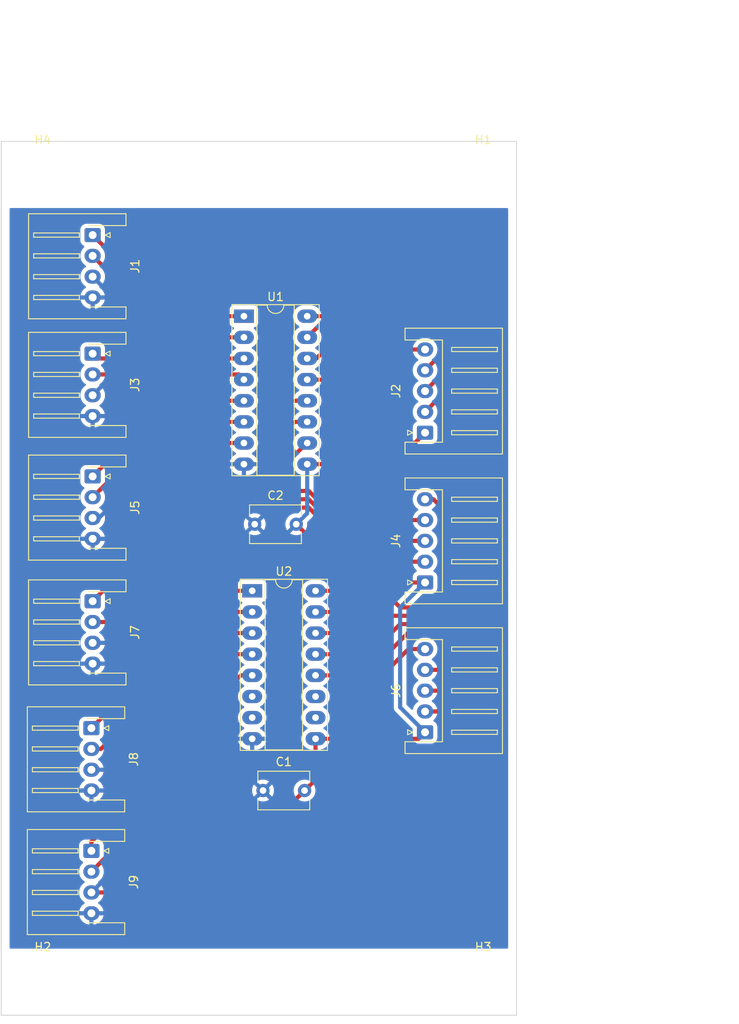
<source format=kicad_pcb>
(kicad_pcb (version 20211014) (generator pcbnew)
  (layers (0 "F.Cu" signal) (31 "B.Cu" signal) (34 "B.Paste" user) (35 "F.Paste" user) (36 "B.SilkS" user "B.Silkscreen") (37 "F.SilkS" user "F.Silkscreen") (38 "B.Mask" user) (39 "F.Mask" user) (44 "Edge.Cuts" user))
  (net 0 "")
  (net 1 "GND")
  (net 2 "VCC")
  (net 3 "Net-(J1-Pad1)")
  (net 4 "Net-(J1-Pad2)")
  (net 5 "Net-(J2-Pad2)")
  (net 6 "Net-(J2-Pad3)")
  (net 7 "Net-(J2-Pad4)")
  (net 8 "Net-(J2-Pad5)")
  (net 9 "Net-(J3-Pad1)")
  (net 10 "Net-(J3-Pad2)")
  (net 11 "Net-(J4-Pad2)")
  (net 12 "Net-(J4-Pad3)")
  (net 13 "Net-(J4-Pad4)")
  (net 14 "Net-(J4-Pad5)")
  (net 15 "Net-(J5-Pad1)")
  (net 16 "Net-(J5-Pad2)")
  (net 17 "Net-(J6-Pad2)")
  (net 18 "Net-(J6-Pad3)")
  (net 19 "Net-(J6-Pad4)")
  (net 20 "Net-(J6-Pad5)")
  (net 21 "Net-(J7-Pad1)")
  (net 22 "Net-(J7-Pad2)")
  (net 23 "Net-(J8-Pad1)")
  (net 24 "Net-(J8-Pad2)")
  (net 25 "Net-(J9-Pad1)")
  (net 26 "Net-(J9-Pad2)")
  (footprint "MountingHole:MountingHole_3.2mm_M3" (layer "F.Cu") (at 115 18)
    (fp_text reference "H1" (at 0 -4.2) (layer "F.SilkS"))
    (fp_text value "MountingHole")
    (pad "" np_thru_hole circle (at 0 0) (size 3.2 3.2) (drill 3.2) (layers *.Cu *.Mask))
  )
  (footprint "Connector_JST:JST_XH_S5B-XH-A_1x05_P2.50mm_Horizontal" (layer "F.Cu") (at 108 85 90)
    (fp_text reference "J6" (at 5 -3.5 90) (layer "F.SilkS"))
    (fp_text value "Conn_01x05_Female")
    (fp_line (start 12.56 9.31) (end 12.56 -2.41) (layer "F.SilkS") (width 0.12))
    (fp_line (start 7.25 8.7) (end 7.75 8.7) (layer "F.SilkS") (width 0.12))
    (fp_line (start 2.75 8.7) (end 2.75 3.2) (layer "F.SilkS") (width 0.12))
    (fp_line (start 12.56 -2.41) (end 11.14 -2.41) (layer "F.SilkS") (width 0.12))
    (fp_line (start 11.14 -2.41) (end 11.14 2.09) (layer "F.SilkS") (width 0.12))
    (fp_line (start -0.25 8.7) (end 0.25 8.7) (layer "F.SilkS") (width 0.12))
    (fp_line (start 10.25 8.7) (end 10.25 3.2) (layer "F.SilkS") (width 0.12))
    (fp_line (start -2.56 9.31) (end -2.56 -2.41) (layer "F.SilkS") (width 0.12))
    (fp_line (start 2.25 8.7) (end 2.75 8.7) (layer "F.SilkS") (width 0.12))
    (fp_line (start 2.75 3.2) (end 2.25 3.2) (layer "F.SilkS") (width 0.12))
    (fp_line (start -1.14 -2.41) (end -1.14 2.09) (layer "F.SilkS") (width 0.12))
    (fp_line (start 5 9.31) (end 12.56 9.31) (layer "F.SilkS") (width 0.12))
    (fp_line (start 5 9.31) (end -2.56 9.31) (layer "F.SilkS") (width 0.12))
    (fp_line (start 9.75 3.2) (end 9.75 8.7) (layer "F.SilkS") (width 0.12))
    (fp_line (start 5.25 3.2) (end 4.75 3.2) (layer "F.SilkS") (width 0.12))
    (fp_line (start 10.25 3.2) (end 9.75 3.2) (layer "F.SilkS") (width 0.12))
    (fp_line (start 0 -1.5) (end -0.3 -2.1) (layer "F.SilkS") (width 0.12))
    (fp_line (start 5.25 8.7) (end 5.25 3.2) (layer "F.SilkS") (width 0.12))
    (fp_line (start -1.14 2.09) (end 5 2.09) (layer "F.SilkS") (width 0.12))
    (fp_line (start -0.3 -2.1) (end 0.3 -2.1) (layer "F.SilkS") (width 0.12))
    (fp_line (start 4.75 8.7) (end 5.25 8.7) (layer "F.SilkS") (width 0.12))
    (fp_line (start 11.14 2.09) (end 5 2.09) (layer "F.SilkS") (width 0.12))
    (fp_line (start 0.3 -2.1) (end 0 -1.5) (layer "F.SilkS") (width 0.12))
    (fp_line (start 0.25 8.7) (end 0.25 3.2) (layer "F.SilkS") (width 0.12))
    (fp_line (start 9.75 8.7) (end 10.25 8.7) (layer "F.SilkS") (width 0.12))
    (fp_line (start 2.25 3.2) (end 2.25 8.7) (layer "F.SilkS") (width 0.12))
    (fp_line (start 7.25 3.2) (end 7.25 8.7) (layer "F.SilkS") (width 0.12))
    (fp_line (start -2.56 -2.41) (end -1.14 -2.41) (layer "F.SilkS") (width 0.12))
    (fp_line (start 0.25 3.2) (end -0.25 3.2) (layer "F.SilkS") (width 0.12))
    (fp_line (start 4.75 3.2) (end 4.75 8.7) (layer "F.SilkS") (width 0.12))
    (fp_line (start 7.75 8.7) (end 7.75 3.2) (layer "F.SilkS") (width 0.12))
    (fp_line (start -0.25 3.2) (end -0.25 8.7) (layer "F.SilkS") (width 0.12))
    (fp_line (start 7.75 3.2) (end 7.25 3.2) (layer "F.SilkS") (width 0.12))
    (pad "1" thru_hole roundrect (at 0 0 90) (size 1.7 1.95) (drill 0.95) (layers *.Cu *.Mask) (roundrect_rratio 0.1470588235) (net 2 "VCC"))
    (pad "2" thru_hole oval (at 2.5 0 90) (size 1.7 1.95) (drill 0.95) (layers *.Cu *.Mask) (net 17 "Net-(J6-Pad2)"))
    (pad "3" thru_hole oval (at 5 0 90) (size 1.7 1.95) (drill 0.95) (layers *.Cu *.Mask) (net 18 "Net-(J6-Pad3)"))
    (pad "4" thru_hole oval (at 7.5 0 90) (size 1.7 1.95) (drill 0.95) (layers *.Cu *.Mask) (net 19 "Net-(J6-Pad4)"))
    (pad "5" thru_hole oval (at 10 0 90) (size 1.7 1.95) (drill 0.95) (layers *.Cu *.Mask) (net 20 "Net-(J6-Pad5)"))
  )
  (footprint "Package_DIP:DIP-16_W7.62mm_Socket_LongPads" (layer "F.Cu") (at 87.2 68)
    (fp_text reference "U2" (at 3.81 -2.33) (layer "F.SilkS"))
    (fp_text value "ULN2003")
    (fp_line (start 9.06 -1.39) (end -1.44 -1.39) (layer "F.SilkS") (width 0.12))
    (fp_line (start 1.56 -1.33) (end 1.56 19.11) (layer "F.SilkS") (width 0.12))
    (fp_line (start 6.06 19.11) (end 6.06 -1.33) (layer "F.SilkS") (width 0.12))
    (fp_line (start -1.44 -1.39) (end -1.44 19.17) (layer "F.SilkS") (width 0.12))
    (fp_line (start 9.06 19.17) (end 9.06 -1.39) (layer "F.SilkS") (width 0.12))
    (fp_line (start 6.06 -1.33) (end 4.81 -1.33) (layer "F.SilkS") (width 0.12))
    (fp_line (start -1.44 19.17) (end 9.06 19.17) (layer "F.SilkS") (width 0.12))
    (fp_line (start 2.81 -1.33) (end 1.56 -1.33) (layer "F.SilkS") (width 0.12))
    (fp_line (start 1.56 19.11) (end 6.06 19.11) (layer "F.SilkS") (width 0.12))
    (fp_arc (start 4.81 -1.33) (mid 3.81 -0.33) (end 2.81 -1.33) (layer "F.SilkS") (width 0.12))
    (pad "1" thru_hole rect (at 0 0) (size 2.4 1.6) (drill 0.8) (layers *.Cu *.Mask) (net 22 "Net-(J7-Pad2)"))
    (pad "2" thru_hole oval (at 0 2.54) (size 2.4 1.6) (drill 0.8) (layers *.Cu *.Mask) (net 23 "Net-(J8-Pad1)"))
    (pad "3" thru_hole oval (at 0 5.08) (size 2.4 1.6) (drill 0.8) (layers *.Cu *.Mask) (net 24 "Net-(J8-Pad2)"))
    (pad "4" thru_hole oval (at 0 7.62) (size 2.4 1.6) (drill 0.8) (layers *.Cu *.Mask) (net 25 "Net-(J9-Pad1)"))
    (pad "5" thru_hole oval (at 0 10.16) (size 2.4 1.6) (drill 0.8) (layers *.Cu *.Mask) (net 26 "Net-(J9-Pad2)"))
    (pad "6" thru_hole oval (at 0 12.7) (size 2.4 1.6) (drill 0.8) (layers *.Cu *.Mask))
    (pad "7" thru_hole oval (at 0 15.24) (size 2.4 1.6) (drill 0.8) (layers *.Cu *.Mask))
    (pad "8" thru_hole oval (at 0 17.78) (size 2.4 1.6) (drill 0.8) (layers *.Cu *.Mask) (net 1 "GND"))
    (pad "9" thru_hole oval (at 7.62 17.78) (size 2.4 1.6) (drill 0.8) (layers *.Cu *.Mask) (net 2 "VCC"))
    (pad "10" thru_hole oval (at 7.62 15.24) (size 2.4 1.6) (drill 0.8) (layers *.Cu *.Mask))
    (pad "11" thru_hole oval (at 7.62 12.7) (size 2.4 1.6) (drill 0.8) (layers *.Cu *.Mask))
    (pad "12" thru_hole oval (at 7.62 10.16) (size 2.4 1.6) (drill 0.8) (layers *.Cu *.Mask) (net 20 "Net-(J6-Pad5)"))
    (pad "13" thru_hole oval (at 7.62 7.62) (size 2.4 1.6) (drill 0.8) (layers *.Cu *.Mask) (net 19 "Net-(J6-Pad4)"))
    (pad "14" thru_hole oval (at 7.62 5.08) (size 2.4 1.6) (drill 0.8) (layers *.Cu *.Mask) (net 18 "Net-(J6-Pad3)"))
    (pad "15" thru_hole oval (at 7.62 2.54) (size 2.4 1.6) (drill 0.8) (layers *.Cu *.Mask) (net 17 "Net-(J6-Pad2)"))
    (pad "16" thru_hole oval (at 7.62 0) (size 2.4 1.6) (drill 0.8) (layers *.Cu *.Mask) (net 14 "Net-(J4-Pad5)"))
  )
  (footprint "Capacitor_THT:C_Disc_D6.0mm_W4.4mm_P5.00mm" (layer "F.Cu") (at 87.5 60)
    (fp_text reference "C2" (at 2.5 -3.45) (layer "F.SilkS"))
    (fp_text value "C_Small")
    (fp_line (start -0.62 2.321) (end 5.62 2.321) (layer "F.SilkS") (width 0.12))
    (fp_line (start 5.62 0.925) (end 5.62 2.321) (layer "F.SilkS") (width 0.12))
    (fp_line (start -0.62 -2.321) (end 5.62 -2.321) (layer "F.SilkS") (width 0.12))
    (fp_line (start -0.62 -2.321) (end -0.62 -0.925) (layer "F.SilkS") (width 0.12))
    (fp_line (start -0.62 0.925) (end -0.62 2.321) (layer "F.SilkS") (width 0.12))
    (fp_line (start 5.62 -2.321) (end 5.62 -0.925) (layer "F.SilkS") (width 0.12))
    (pad "1" thru_hole circle (at 0 0) (size 1.6 1.6) (drill 0.8) (layers *.Cu *.Mask) (net 1 "GND"))
    (pad "2" thru_hole circle (at 5 0) (size 1.6 1.6) (drill 0.8) (layers *.Cu *.Mask) (net 2 "VCC"))
  )
  (footprint "Package_DIP:DIP-16_W7.62mm_Socket_LongPads" (layer "F.Cu") (at 86.2 35)
    (fp_text reference "U1" (at 3.81 -2.33) (layer "F.SilkS"))
    (fp_text value "ULN2003")
    (fp_line (start 1.56 19.11) (end 6.06 19.11) (layer "F.SilkS") (width 0.12))
    (fp_line (start 9.06 19.17) (end 9.06 -1.39) (layer "F.SilkS") (width 0.12))
    (fp_line (start 9.06 -1.39) (end -1.44 -1.39) (layer "F.SilkS") (width 0.12))
    (fp_line (start 6.06 -1.33) (end 4.81 -1.33) (layer "F.SilkS") (width 0.12))
    (fp_line (start 2.81 -1.33) (end 1.56 -1.33) (layer "F.SilkS") (width 0.12))
    (fp_line (start -1.44 -1.39) (end -1.44 19.17) (layer "F.SilkS") (width 0.12))
    (fp_line (start 1.56 -1.33) (end 1.56 19.11) (layer "F.SilkS") (width 0.12))
    (fp_line (start 6.06 19.11) (end 6.06 -1.33) (layer "F.SilkS") (width 0.12))
    (fp_line (start -1.44 19.17) (end 9.06 19.17) (layer "F.SilkS") (width 0.12))
    (fp_arc (start 4.81 -1.33) (mid 3.81 -0.33) (end 2.81 -1.33) (layer "F.SilkS") (width 0.12))
    (pad "1" thru_hole rect (at 0 0) (size 2.4 1.6) (drill 0.8) (layers *.Cu *.Mask) (net 3 "Net-(J1-Pad1)"))
    (pad "2" thru_hole oval (at 0 2.54) (size 2.4 1.6) (drill 0.8) (layers *.Cu *.Mask) (net 4 "Net-(J1-Pad2)"))
    (pad "3" thru_hole oval (at 0 5.08) (size 2.4 1.6) (drill 0.8) (layers *.Cu *.Mask) (net 9 "Net-(J3-Pad1)"))
    (pad "4" thru_hole oval (at 0 7.62) (size 2.4 1.6) (drill 0.8) (layers *.Cu *.Mask) (net 10 "Net-(J3-Pad2)"))
    (pad "5" thru_hole oval (at 0 10.16) (size 2.4 1.6) (drill 0.8) (layers *.Cu *.Mask) (net 15 "Net-(J5-Pad1)"))
    (pad "6" thru_hole oval (at 0 12.7) (size 2.4 1.6) (drill 0.8) (layers *.Cu *.Mask) (net 16 "Net-(J5-Pad2)"))
    (pad "7" thru_hole oval (at 0 15.24) (size 2.4 1.6) (drill 0.8) (layers *.Cu *.Mask) (net 21 "Net-(J7-Pad1)"))
    (pad "8" thru_hole oval (at 0 17.78) (size 2.4 1.6) (drill 0.8) (layers *.Cu *.Mask) (net 1 "GND"))
    (pad "9" thru_hole oval (at 7.62 17.78) (size 2.4 1.6) (drill 0.8) (layers *.Cu *.Mask) (net 2 "VCC"))
    (pad "10" thru_hole oval (at 7.62 15.24) (size 2.4 1.6) (drill 0.8) (layers *.Cu *.Mask) (net 13 "Net-(J4-Pad4)"))
    (pad "11" thru_hole oval (at 7.62 12.7) (size 2.4 1.6) (drill 0.8) (layers *.Cu *.Mask) (net 12 "Net-(J4-Pad3)"))
    (pad "12" thru_hole oval (at 7.62 10.16) (size 2.4 1.6) (drill 0.8) (layers *.Cu *.Mask) (net 11 "Net-(J4-Pad2)"))
    (pad "13" thru_hole oval (at 7.62 7.62) (size 2.4 1.6) (drill 0.8) (layers *.Cu *.Mask) (net 8 "Net-(J2-Pad5)"))
    (pad "14" thru_hole oval (at 7.62 5.08) (size 2.4 1.6) (drill 0.8) (layers *.Cu *.Mask) (net 7 "Net-(J2-Pad4)"))
    (pad "15" thru_hole oval (at 7.62 2.54) (size 2.4 1.6) (drill 0.8) (layers *.Cu *.Mask) (net 6 "Net-(J2-Pad3)"))
    (pad "16" thru_hole oval (at 7.62 0) (size 2.4 1.6) (drill 0.8) (layers *.Cu *.Mask) (net 5 "Net-(J2-Pad2)"))
  )
  (footprint "Connector_JST:JST_XH_S4B-XH-A-1_1x04_P2.50mm_Horizontal" (layer "F.Cu") (at 68 39.5 -90)
    (fp_text reference "J3" (at 3.75 -5.1 90) (layer "F.SilkS"))
    (fp_text value "Conn_01x04_Female")
    (fp_line (start 10.06 7.71) (end 10.06 -4.01) (layer "F.SilkS") (width 0.12))
    (fp_line (start -0.25 7.1) (end 0.25 7.1) (layer "F.SilkS") (width 0.12))
    (fp_line (start 4.75 1.6) (end 4.75 7.1) (layer "F.SilkS") (width 0.12))
    (fp_line (start -2.56 7.71) (end -2.56 -4.01) (layer "F.SilkS") (width 0.12))
    (fp_line (start 3.75 7.71) (end -2.56 7.71) (layer "F.SilkS") (width 0.12))
    (fp_line (start 10.06 -4.01) (end 8.64 -4.01) (layer "F.SilkS") (width 0.12))
    (fp_line (start 0.25 7.1) (end 0.25 1.6) (layer "F.SilkS") (width 0.12))
    (fp_line (start 0.3 -2.1) (end 0 -1.5) (layer "F.SilkS") (width 0.12))
    (fp_line (start 8.64 -4.01) (end 8.64 0.49) (layer "F.SilkS") (width 0.12))
    (fp_line (start 2.25 7.1) (end 2.75 7.1) (layer "F.SilkS") (width 0.12))
    (fp_line (start 5.25 1.6) (end 4.75 1.6) (layer "F.SilkS") (width 0.12))
    (fp_line (start 0 -1.5) (end -0.3 -2.1) (layer "F.SilkS") (width 0.12))
    (fp_line (start 7.75 1.6) (end 7.25 1.6) (layer "F.SilkS") (width 0.12))
    (fp_line (start 7.25 7.1) (end 7.75 7.1) (layer "F.SilkS") (width 0.12))
    (fp_line (start 0.25 1.6) (end -0.25 1.6) (layer "F.SilkS") (width 0.12))
    (fp_line (start -0.3 -2.1) (end 0.3 -2.1) (layer "F.SilkS") (width 0.12))
    (fp_line (start 7.75 7.1) (end 7.75 1.6) (layer "F.SilkS") (width 0.12))
    (fp_line (start 2.25 1.6) (end 2.25 7.1) (layer "F.SilkS") (width 0.12))
    (fp_line (start -2.56 -4.01) (end -1.14 -4.01) (layer "F.SilkS") (width 0.12))
    (fp_line (start 7.25 1.6) (end 7.25 7.1) (layer "F.SilkS") (width 0.12))
    (fp_line (start 3.75 7.71) (end 10.06 7.71) (layer "F.SilkS") (width 0.12))
    (fp_line (start -1.14 -4.01) (end -1.14 0.49) (layer "F.SilkS") (width 0.12))
    (fp_line (start 2.75 7.1) (end 2.75 1.6) (layer "F.SilkS") (width 0.12))
    (fp_line (start 2.75 1.6) (end 2.25 1.6) (layer "F.SilkS") (width 0.12))
    (fp_line (start 4.75 7.1) (end 5.25 7.1) (layer "F.SilkS") (width 0.12))
    (fp_line (start -0.25 1.6) (end -0.25 7.1) (layer "F.SilkS") (width 0.12))
    (fp_line (start 5.25 7.1) (end 5.25 1.6) (layer "F.SilkS") (width 0.12))
    (pad "1" thru_hole roundrect (at 0 0 270) (size 1.7 1.95) (drill 0.95) (layers *.Cu *.Mask) (roundrect_rratio 0.1470588235) (net 9 "Net-(J3-Pad1)"))
    (pad "2" thru_hole oval (at 2.5 0 270) (size 1.7 1.95) (drill 0.95) (layers *.Cu *.Mask) (net 10 "Net-(J3-Pad2)"))
    (pad "3" thru_hole oval (at 5 0 270) (size 1.7 1.95) (drill 0.95) (layers *.Cu *.Mask) (net 2 "VCC"))
    (pad "4" thru_hole oval (at 7.5 0 270) (size 1.7 1.95) (drill 0.95) (layers *.Cu *.Mask) (net 1 "GND"))
  )
  (footprint "MountingHole:MountingHole_3.2mm_M3" (layer "F.Cu") (at 115 115)
    (fp_text reference "H3" (at 0 -4.2) (layer "F.SilkS"))
    (fp_text value "MountingHole")
    (pad "" np_thru_hole circle (at 0 0) (size 3.2 3.2) (drill 3.2) (layers *.Cu *.Mask))
  )
  (footprint "Connector_JST:JST_XH_S5B-XH-A_1x05_P2.50mm_Horizontal" (layer "F.Cu") (at 108 67 90)
    (fp_text reference "J4" (at 5 -3.5 90) (layer "F.SilkS"))
    (fp_text value "Conn_01x05_Female")
    (fp_line (start 7.25 8.7) (end 7.75 8.7) (layer "F.SilkS") (width 0.12))
    (fp_line (start 10.25 3.2) (end 9.75 3.2) (layer "F.SilkS") (width 0.12))
    (fp_line (start 11.14 -2.41) (end 11.14 2.09) (layer "F.SilkS") (width 0.12))
    (fp_line (start -1.14 2.09) (end 5 2.09) (layer "F.SilkS") (width 0.12))
    (fp_line (start 5.25 3.2) (end 4.75 3.2) (layer "F.SilkS") (width 0.12))
    (fp_line (start 0.3 -2.1) (end 0 -1.5) (layer "F.SilkS") (width 0.12))
    (fp_line (start -2.56 -2.41) (end -1.14 -2.41) (layer "F.SilkS") (width 0.12))
    (fp_line (start 12.56 9.31) (end 12.56 -2.41) (layer "F.SilkS") (width 0.12))
    (fp_line (start 2.75 3.2) (end 2.25 3.2) (layer "F.SilkS") (width 0.12))
    (fp_line (start -0.3 -2.1) (end 0.3 -2.1) (layer "F.SilkS") (width 0.12))
    (fp_line (start 7.75 8.7) (end 7.75 3.2) (layer "F.SilkS") (width 0.12))
    (fp_line (start 11.14 2.09) (end 5 2.09) (layer "F.SilkS") (width 0.12))
    (fp_line (start 0.25 3.2) (end -0.25 3.2) (layer "F.SilkS") (width 0.12))
    (fp_line (start 7.75 3.2) (end 7.25 3.2) (layer "F.SilkS") (width 0.12))
    (fp_line (start 4.75 8.7) (end 5.25 8.7) (layer "F.SilkS") (width 0.12))
    (fp_line (start 9.75 8.7) (end 10.25 8.7) (layer "F.SilkS") (width 0.12))
    (fp_line (start -1.14 -2.41) (end -1.14 2.09) (layer "F.SilkS") (width 0.12))
    (fp_line (start 5 9.31) (end 12.56 9.31) (layer "F.SilkS") (width 0.12))
    (fp_line (start 2.75 8.7) (end 2.75 3.2) (layer "F.SilkS") (width 0.12))
    (fp_line (start -0.25 8.7) (end 0.25 8.7) (layer "F.SilkS") (width 0.12))
    (fp_line (start 5.25 8.7) (end 5.25 3.2) (layer "F.SilkS") (width 0.12))
    (fp_line (start 4.75 3.2) (end 4.75 8.7) (layer "F.SilkS") (width 0.12))
    (fp_line (start 7.25 3.2) (end 7.25 8.7) (layer "F.SilkS") (width 0.12))
    (fp_line (start 9.75 3.2) (end 9.75 8.7) (layer "F.SilkS") (width 0.12))
    (fp_line (start 2.25 8.7) (end 2.75 8.7) (layer "F.SilkS") (width 0.12))
    (fp_line (start 2.25 3.2) (end 2.25 8.7) (layer "F.SilkS") (width 0.12))
    (fp_line (start 12.56 -2.41) (end 11.14 -2.41) (layer "F.SilkS") (width 0.12))
    (fp_line (start 10.25 8.7) (end 10.25 3.2) (layer "F.SilkS") (width 0.12))
    (fp_line (start 5 9.31) (end -2.56 9.31) (layer "F.SilkS") (width 0.12))
    (fp_line (start 0.25 8.7) (end 0.25 3.2) (layer "F.SilkS") (width 0.12))
    (fp_line (start 0 -1.5) (end -0.3 -2.1) (layer "F.SilkS") (width 0.12))
    (fp_line (start -0.25 3.2) (end -0.25 8.7) (layer "F.SilkS") (width 0.12))
    (fp_line (start -2.56 9.31) (end -2.56 -2.41) (layer "F.SilkS") (width 0.12))
    (pad "1" thru_hole roundrect (at 0 0 90) (size 1.7 1.95) (drill 0.95) (layers *.Cu *.Mask) (roundrect_rratio 0.1470588235) (net 2 "VCC"))
    (pad "2" thru_hole oval (at 2.5 0 90) (size 1.7 1.95) (drill 0.95) (layers *.Cu *.Mask) (net 11 "Net-(J4-Pad2)"))
    (pad "3" thru_hole oval (at 5 0 90) (size 1.7 1.95) (drill 0.95) (layers *.Cu *.Mask) (net 12 "Net-(J4-Pad3)"))
    (pad "4" thru_hole oval (at 7.5 0 90) (size 1.7 1.95) (drill 0.95) (layers *.Cu *.Mask) (net 13 "Net-(J4-Pad4)"))
    (pad "5" thru_hole oval (at 10 0 90) (size 1.7 1.95) (drill 0.95) (layers *.Cu *.Mask) (net 14 "Net-(J4-Pad5)"))
  )
  (footprint "Connector_JST:JST_XH_S4B-XH-A-1_1x04_P2.50mm_Horizontal" (layer "F.Cu") (at 67.85 84.5 -90)
    (fp_text reference "J8" (at 3.75 -5.1 90) (layer "F.SilkS"))
    (fp_text value "Conn_01x04_Female")
    (fp_line (start 2.75 1.6) (end 2.25 1.6) (layer "F.SilkS") (width 0.12))
    (fp_line (start -0.25 7.1) (end 0.25 7.1) (layer "F.SilkS") (width 0.12))
    (fp_line (start 3.75 7.71) (end 10.06 7.71) (layer "F.SilkS") (width 0.12))
    (fp_line (start 2.25 7.1) (end 2.75 7.1) (layer "F.SilkS") (width 0.12))
    (fp_line (start 7.25 1.6) (end 7.25 7.1) (layer "F.SilkS") (width 0.12))
    (fp_line (start 4.75 7.1) (end 5.25 7.1) (layer "F.SilkS") (width 0.12))
    (fp_line (start 5.25 7.1) (end 5.25 1.6) (layer "F.SilkS") (width 0.12))
    (fp_line (start 0.25 7.1) (end 0.25 1.6) (layer "F.SilkS") (width 0.12))
    (fp_line (start 7.75 1.6) (end 7.25 1.6) (layer "F.SilkS") (width 0.12))
    (fp_line (start 7.25 7.1) (end 7.75 7.1) (layer "F.SilkS") (width 0.12))
    (fp_line (start 0 -1.5) (end -0.3 -2.1) (layer "F.SilkS") (width 0.12))
    (fp_line (start -1.14 -4.01) (end -1.14 0.49) (layer "F.SilkS") (width 0.12))
    (fp_line (start 7.75 7.1) (end 7.75 1.6) (layer "F.SilkS") (width 0.12))
    (fp_line (start 4.75 1.6) (end 4.75 7.1) (layer "F.SilkS") (width 0.12))
    (fp_line (start 8.64 -4.01) (end 8.64 0.49) (layer "F.SilkS") (width 0.12))
    (fp_line (start 0.25 1.6) (end -0.25 1.6) (layer "F.SilkS") (width 0.12))
    (fp_line (start 0.3 -2.1) (end 0 -1.5) (layer "F.SilkS") (width 0.12))
    (fp_line (start 10.06 7.71) (end 10.06 -4.01) (layer "F.SilkS") (width 0.12))
    (fp_line (start -0.3 -2.1) (end 0.3 -2.1) (layer "F.SilkS") (width 0.12))
    (fp_line (start 10.06 -4.01) (end 8.64 -4.01) (layer "F.SilkS") (width 0.12))
    (fp_line (start 5.25 1.6) (end 4.75 1.6) (layer "F.SilkS") (width 0.12))
    (fp_line (start -2.56 -4.01) (end -1.14 -4.01) (layer "F.SilkS") (width 0.12))
    (fp_line (start 2.25 1.6) (end 2.25 7.1) (layer "F.SilkS") (width 0.12))
    (fp_line (start 3.75 7.71) (end -2.56 7.71) (layer "F.SilkS") (width 0.12))
    (fp_line (start 2.75 7.1) (end 2.75 1.6) (layer "F.SilkS") (width 0.12))
    (fp_line (start -0.25 1.6) (end -0.25 7.1) (layer "F.SilkS") (width 0.12))
    (fp_line (start -2.56 7.71) (end -2.56 -4.01) (layer "F.SilkS") (width 0.12))
    (pad "1" thru_hole roundrect (at 0 0 270) (size 1.7 1.95) (drill 0.95) (layers *.Cu *.Mask) (roundrect_rratio 0.1470588235) (net 23 "Net-(J8-Pad1)"))
    (pad "2" thru_hole oval (at 2.5 0 270) (size 1.7 1.95) (drill 0.95) (layers *.Cu *.Mask) (net 24 "Net-(J8-Pad2)"))
    (pad "3" thru_hole oval (at 5 0 270) (size 1.7 1.95) (drill 0.95) (layers *.Cu *.Mask) (net 2 "VCC"))
    (pad "4" thru_hole oval (at 7.5 0 270) (size 1.7 1.95) (drill 0.95) (layers *.Cu *.Mask) (net 1 "GND"))
  )
  (footprint "Connector_JST:JST_XH_S4B-XH-A-1_1x04_P2.50mm_Horizontal" (layer "F.Cu") (at 68 25.25 -90)
    (fp_text reference "J1" (at 3.75 -5.1 90) (layer "F.SilkS"))
    (fp_text value "Conn_01x04_Female")
    (fp_line (start 0 -1.5) (end -0.3 -2.1) (layer "F.SilkS") (width 0.12))
    (fp_line (start 2.25 7.1) (end 2.75 7.1) (layer "F.SilkS") (width 0.12))
    (fp_line (start 5.25 7.1) (end 5.25 1.6) (layer "F.SilkS") (width 0.12))
    (fp_line (start -2.56 7.71) (end -2.56 -4.01) (layer "F.SilkS") (width 0.12))
    (fp_line (start -0.25 7.1) (end 0.25 7.1) (layer "F.SilkS") (width 0.12))
    (fp_line (start 0.3 -2.1) (end 0 -1.5) (layer "F.SilkS") (width 0.12))
    (fp_line (start 3.75 7.71) (end 10.06 7.71) (layer "F.SilkS") (width 0.12))
    (fp_line (start 0.25 7.1) (end 0.25 1.6) (layer "F.SilkS") (width 0.12))
    (fp_line (start -1.14 -4.01) (end -1.14 0.49) (layer "F.SilkS") (width 0.12))
    (fp_line (start 0.25 1.6) (end -0.25 1.6) (layer "F.SilkS") (width 0.12))
    (fp_line (start 10.06 -4.01) (end 8.64 -4.01) (layer "F.SilkS") (width 0.12))
    (fp_line (start 7.75 1.6) (end 7.25 1.6) (layer "F.SilkS") (width 0.12))
    (fp_line (start 5.25 1.6) (end 4.75 1.6) (layer "F.SilkS") (width 0.12))
    (fp_line (start 4.75 7.1) (end 5.25 7.1) (layer "F.SilkS") (width 0.12))
    (fp_line (start 4.75 1.6) (end 4.75 7.1) (layer "F.SilkS") (width 0.12))
    (fp_line (start 2.25 1.6) (end 2.25 7.1) (layer "F.SilkS") (width 0.12))
    (fp_line (start 3.75 7.71) (end -2.56 7.71) (layer "F.SilkS") (width 0.12))
    (fp_line (start -2.56 -4.01) (end -1.14 -4.01) (layer "F.SilkS") (width 0.12))
    (fp_line (start 7.75 7.1) (end 7.75 1.6) (layer "F.SilkS") (width 0.12))
    (fp_line (start 2.75 7.1) (end 2.75 1.6) (layer "F.SilkS") (width 0.12))
    (fp_line (start 10.06 7.71) (end 10.06 -4.01) (layer "F.SilkS") (width 0.12))
    (fp_line (start -0.3 -2.1) (end 0.3 -2.1) (layer "F.SilkS") (width 0.12))
    (fp_line (start 8.64 -4.01) (end 8.64 0.49) (layer "F.SilkS") (width 0.12))
    (fp_line (start 7.25 7.1) (end 7.75 7.1) (layer "F.SilkS") (width 0.12))
    (fp_line (start 2.75 1.6) (end 2.25 1.6) (layer "F.SilkS") (width 0.12))
    (fp_line (start -0.25 1.6) (end -0.25 7.1) (layer "F.SilkS") (width 0.12))
    (fp_line (start 7.25 1.6) (end 7.25 7.1) (layer "F.SilkS") (width 0.12))
    (pad "1" thru_hole roundrect (at 0 0 270) (size 1.7 1.95) (drill 0.95) (layers *.Cu *.Mask) (roundrect_rratio 0.1470588235) (net 3 "Net-(J1-Pad1)"))
    (pad "2" thru_hole oval (at 2.5 0 270) (size 1.7 1.95) (drill 0.95) (layers *.Cu *.Mask) (net 4 "Net-(J1-Pad2)"))
    (pad "3" thru_hole oval (at 5 0 270) (size 1.7 1.95) (drill 0.95) (layers *.Cu *.Mask) (net 2 "VCC"))
    (pad "4" thru_hole oval (at 7.5 0 270) (size 1.7 1.95) (drill 0.95) (layers *.Cu *.Mask) (net 1 "GND"))
  )
  (footprint "Connector_JST:JST_XH_S5B-XH-A_1x05_P2.50mm_Horizontal" (layer "F.Cu") (at 108 49 90)
    (fp_text reference "J2" (at 5 -3.5 90) (layer "F.SilkS"))
    (fp_text value "Conn_01x05_Female")
    (fp_line (start 4.75 3.2) (end 4.75 8.7) (layer "F.SilkS") (width 0.12))
    (fp_line (start 0.25 8.7) (end 0.25 3.2) (layer "F.SilkS") (width 0.12))
    (fp_line (start 10.25 3.2) (end 9.75 3.2) (layer "F.SilkS") (width 0.12))
    (fp_line (start 11.14 -2.41) (end 11.14 2.09) (layer "F.SilkS") (width 0.12))
    (fp_line (start -0.3 -2.1) (end 0.3 -2.1) (layer "F.SilkS") (width 0.12))
    (fp_line (start 5.25 3.2) (end 4.75 3.2) (layer "F.SilkS") (width 0.12))
    (fp_line (start 9.75 3.2) (end 9.75 8.7) (layer "F.SilkS") (width 0.12))
    (fp_line (start 5 9.31) (end -2.56 9.31) (layer "F.SilkS") (width 0.12))
    (fp_line (start 7.25 8.7) (end 7.75 8.7) (layer "F.SilkS") (width 0.12))
    (fp_line (start 2.75 3.2) (end 2.25 3.2) (layer "F.SilkS") (width 0.12))
    (fp_line (start 0.25 3.2) (end -0.25 3.2) (layer "F.SilkS") (width 0.12))
    (fp_line (start -0.25 3.2) (end -0.25 8.7) (layer "F.SilkS") (width 0.12))
    (fp_line (start -2.56 -2.41) (end -1.14 -2.41) (layer "F.SilkS") (width 0.12))
    (fp_line (start 7.75 3.2) (end 7.25 3.2) (layer "F.SilkS") (width 0.12))
    (fp_line (start 2.25 3.2) (end 2.25 8.7) (layer "F.SilkS") (width 0.12))
    (fp_line (start 9.75 8.7) (end 10.25 8.7) (layer "F.SilkS") (width 0.12))
    (fp_line (start -1.14 -2.41) (end -1.14 2.09) (layer "F.SilkS") (width 0.12))
    (fp_line (start 0.3 -2.1) (end 0 -1.5) (layer "F.SilkS") (width 0.12))
    (fp_line (start -1.14 2.09) (end 5 2.09) (layer "F.SilkS") (width 0.12))
    (fp_line (start -0.25 8.7) (end 0.25 8.7) (layer "F.SilkS") (width 0.12))
    (fp_line (start 2.75 8.7) (end 2.75 3.2) (layer "F.SilkS") (width 0.12))
    (fp_line (start 5.25 8.7) (end 5.25 3.2) (layer "F.SilkS") (width 0.12))
    (fp_line (start 12.56 9.31) (end 12.56 -2.41) (layer "F.SilkS") (width 0.12))
    (fp_line (start 7.75 8.7) (end 7.75 3.2) (layer "F.SilkS") (width 0.12))
    (fp_line (start 7.25 3.2) (end 7.25 8.7) (layer "F.SilkS") (width 0.12))
    (fp_line (start -2.56 9.31) (end -2.56 -2.41) (layer "F.SilkS") (width 0.12))
    (fp_line (start 0 -1.5) (end -0.3 -2.1) (layer "F.SilkS") (width 0.12))
    (fp_line (start 12.56 -2.41) (end 11.14 -2.41) (layer "F.SilkS") (width 0.12))
    (fp_line (start 5 9.31) (end 12.56 9.31) (layer "F.SilkS") (width 0.12))
    (fp_line (start 4.75 8.7) (end 5.25 8.7) (layer "F.SilkS") (width 0.12))
    (fp_line (start 10.25 8.7) (end 10.25 3.2) (layer "F.SilkS") (width 0.12))
    (fp_line (start 11.14 2.09) (end 5 2.09) (layer "F.SilkS") (width 0.12))
    (fp_line (start 2.25 8.7) (end 2.75 8.7) (layer "F.SilkS") (width 0.12))
    (pad "1" thru_hole roundrect (at 0 0 90) (size 1.7 1.95) (drill 0.95) (layers *.Cu *.Mask) (roundrect_rratio 0.1470588235) (net 2 "VCC"))
    (pad "2" thru_hole oval (at 2.5 0 90) (size 1.7 1.95) (drill 0.95) (layers *.Cu *.Mask) (net 5 "Net-(J2-Pad2)"))
    (pad "3" thru_hole oval (at 5 0 90) (size 1.7 1.95) (drill 0.95) (layers *.Cu *.Mask) (net 6 "Net-(J2-Pad3)"))
    (pad "4" thru_hole oval (at 7.5 0 90) (size 1.7 1.95) (drill 0.95) (layers *.Cu *.Mask) (net 7 "Net-(J2-Pad4)"))
    (pad "5" thru_hole oval (at 10 0 90) (size 1.7 1.95) (drill 0.95) (layers *.Cu *.Mask) (net 8 "Net-(J2-Pad5)"))
  )
  (footprint "Connector_JST:JST_XH_S4B-XH-A-1_1x04_P2.50mm_Horizontal" (layer "F.Cu") (at 68 54.25 -90)
    (fp_text reference "J5" (at 3.75 -5.1 90) (layer "F.SilkS"))
    (fp_text value "Conn_01x04_Female")
    (fp_line (start 7.75 1.6) (end 7.25 1.6) (layer "F.SilkS") (width 0.12))
    (fp_line (start 5.25 7.1) (end 5.25 1.6) (layer "F.SilkS") (width 0.12))
    (fp_line (start 3.75 7.71) (end 10.06 7.71) (layer "F.SilkS") (width 0.12))
    (fp_line (start 4.75 1.6) (end 4.75 7.1) (layer "F.SilkS") (width 0.12))
    (fp_line (start 7.75 7.1) (end 7.75 1.6) (layer "F.SilkS") (width 0.12))
    (fp_line (start 0.25 7.1) (end 0.25 1.6) (layer "F.SilkS") (width 0.12))
    (fp_line (start -1.14 -4.01) (end -1.14 0.49) (layer "F.SilkS") (width 0.12))
    (fp_line (start 2.75 7.1) (end 2.75 1.6) (layer "F.SilkS") (width 0.12))
    (fp_line (start 0.3 -2.1) (end 0 -1.5) (layer "F.SilkS") (width 0.12))
    (fp_line (start 10.06 7.71) (end 10.06 -4.01) (layer "F.SilkS") (width 0.12))
    (fp_line (start 8.64 -4.01) (end 8.64 0.49) (layer "F.SilkS") (width 0.12))
    (fp_line (start 7.25 1.6) (end 7.25 7.1) (layer "F.SilkS") (width 0.12))
    (fp_line (start 2.75 1.6) (end 2.25 1.6) (layer "F.SilkS") (width 0.12))
    (fp_line (start 4.75 7.1) (end 5.25 7.1) (layer "F.SilkS") (width 0.12))
    (fp_line (start 0.25 1.6) (end -0.25 1.6) (layer "F.SilkS") (width 0.12))
    (fp_line (start -0.25 1.6) (end -0.25 7.1) (layer "F.SilkS") (width 0.12))
    (fp_line (start 5.25 1.6) (end 4.75 1.6) (layer "F.SilkS") (width 0.12))
    (fp_line (start -0.3 -2.1) (end 0.3 -2.1) (layer "F.SilkS") (width 0.12))
    (fp_line (start 2.25 7.1) (end 2.75 7.1) (layer "F.SilkS") (width 0.12))
    (fp_line (start -2.56 -4.01) (end -1.14 -4.01) (layer "F.SilkS") (width 0.12))
    (fp_line (start 7.25 7.1) (end 7.75 7.1) (layer "F.SilkS") (width 0.12))
    (fp_line (start -0.25 7.1) (end 0.25 7.1) (layer "F.SilkS") (width 0.12))
    (fp_line (start 10.06 -4.01) (end 8.64 -4.01) (layer "F.SilkS") (width 0.12))
    (fp_line (start -2.56 7.71) (end -2.56 -4.01) (layer "F.SilkS") (width 0.12))
    (fp_line (start 2.25 1.6) (end 2.25 7.1) (layer "F.SilkS") (width 0.12))
    (fp_line (start 0 -1.5) (end -0.3 -2.1) (layer "F.SilkS") (width 0.12))
    (fp_line (start 3.75 7.71) (end -2.56 7.71) (layer "F.SilkS") (width 0.12))
    (pad "1" thru_hole roundrect (at 0 0 270) (size 1.7 1.95) (drill 0.95) (layers *.Cu *.Mask) (roundrect_rratio 0.1470588235) (net 15 "Net-(J5-Pad1)"))
    (pad "2" thru_hole oval (at 2.5 0 270) (size 1.7 1.95) (drill 0.95) (layers *.Cu *.Mask) (net 16 "Net-(J5-Pad2)"))
    (pad "3" thru_hole oval (at 5 0 270) (size 1.7 1.95) (drill 0.95) (layers *.Cu *.Mask) (net 2 "VCC"))
    (pad "4" thru_hole oval (at 7.5 0 270) (size 1.7 1.95) (drill 0.95) (layers *.Cu *.Mask) (net 1 "GND"))
  )
  (footprint "MountingHole:MountingHole_3.2mm_M3" (layer "F.Cu") (at 62 115)
    (fp_text reference "H2" (at 0 -4.2) (layer "F.SilkS"))
    (fp_text value "MountingHole")
    (pad "" np_thru_hole circle (at 0 0) (size 3.2 3.2) (drill 3.2) (layers *.Cu *.Mask))
  )
  (footprint "Capacitor_THT:C_Disc_D6.0mm_W4.4mm_P5.00mm" (layer "F.Cu") (at 88.5 92)
    (fp_text reference "C1" (at 2.5 -3.45) (layer "F.SilkS"))
    (fp_text value "C_Small")
    (fp_line (start -0.62 -2.321) (end -0.62 -0.925) (layer "F.SilkS") (width 0.12))
    (fp_line (start -0.62 -2.321) (end 5.62 -2.321) (layer "F.SilkS") (width 0.12))
    (fp_line (start -0.62 0.925) (end -0.62 2.321) (layer "F.SilkS") (width 0.12))
    (fp_line (start 5.62 -2.321) (end 5.62 -0.925) (layer "F.SilkS") (width 0.12))
    (fp_line (start 5.62 0.925) (end 5.62 2.321) (layer "F.SilkS") (width 0.12))
    (fp_line (start -0.62 2.321) (end 5.62 2.321) (layer "F.SilkS") (width 0.12))
    (pad "1" thru_hole circle (at 0 0) (size 1.6 1.6) (drill 0.8) (layers *.Cu *.Mask) (net 1 "GND"))
    (pad "2" thru_hole circle (at 5 0) (size 1.6 1.6) (drill 0.8) (layers *.Cu *.Mask) (net 2 "VCC"))
  )
  (footprint "Connector_JST:JST_XH_S4B-XH-A-1_1x04_P2.50mm_Horizontal" (layer "F.Cu") (at 67.85 99.25 -90)
    (fp_text reference "J9" (at 3.75 -5.1 90) (layer "F.SilkS"))
    (fp_text value "Conn_01x04_Female")
    (fp_line (start 2.75 1.6) (end 2.25 1.6) (layer "F.SilkS") (width 0.12))
    (fp_line (start 7.25 7.1) (end 7.75 7.1) (layer "F.SilkS") (width 0.12))
    (fp_line (start 7.25 1.6) (end 7.25 7.1) (layer "F.SilkS") (width 0.12))
    (fp_line (start -0.3 -2.1) (end 0.3 -2.1) (layer "F.SilkS") (width 0.12))
    (fp_line (start 5.25 7.1) (end 5.25 1.6) (layer "F.SilkS") (width 0.12))
    (fp_line (start 0 -1.5) (end -0.3 -2.1) (layer "F.SilkS") (width 0.12))
    (fp_line (start 2.75 7.1) (end 2.75 1.6) (layer "F.SilkS") (width 0.12))
    (fp_line (start -0.25 7.1) (end 0.25 7.1) (layer "F.SilkS") (width 0.12))
    (fp_line (start 2.25 1.6) (end 2.25 7.1) (layer "F.SilkS") (width 0.12))
    (fp_line (start 3.75 7.71) (end -2.56 7.71) (layer "F.SilkS") (width 0.12))
    (fp_line (start 0.25 1.6) (end -0.25 1.6) (layer "F.SilkS") (width 0.12))
    (fp_line (start 0.25 7.1) (end 0.25 1.6) (layer "F.SilkS") (width 0.12))
    (fp_line (start -1.14 -4.01) (end -1.14 0.49) (layer "F.SilkS") (width 0.12))
    (fp_line (start 7.75 7.1) (end 7.75 1.6) (layer "F.SilkS") (width 0.12))
    (fp_line (start 2.25 7.1) (end 2.75 7.1) (layer "F.SilkS") (width 0.12))
    (fp_line (start -0.25 1.6) (end -0.25 7.1) (layer "F.SilkS") (width 0.12))
    (fp_line (start 5.25 1.6) (end 4.75 1.6) (layer "F.SilkS") (width 0.12))
    (fp_line (start -2.56 7.71) (end -2.56 -4.01) (layer "F.SilkS") (width 0.12))
    (fp_line (start 8.64 -4.01) (end 8.64 0.49) (layer "F.SilkS") (width 0.12))
    (fp_line (start 3.75 7.71) (end 10.06 7.71) (layer "F.SilkS") (width 0.12))
    (fp_line (start 0.3 -2.1) (end 0 -1.5) (layer "F.SilkS") (width 0.12))
    (fp_line (start 4.75 7.1) (end 5.25 7.1) (layer "F.SilkS") (width 0.12))
    (fp_line (start 4.75 1.6) (end 4.75 7.1) (layer "F.SilkS") (width 0.12))
    (fp_line (start 10.06 7.71) (end 10.06 -4.01) (layer "F.SilkS") (width 0.12))
    (fp_line (start 7.75 1.6) (end 7.25 1.6) (layer "F.SilkS") (width 0.12))
    (fp_line (start 10.06 -4.01) (end 8.64 -4.01) (layer "F.SilkS") (width 0.12))
    (fp_line (start -2.56 -4.01) (end -1.14 -4.01) (layer "F.SilkS") (width 0.12))
    (pad "1" thru_hole roundrect (at 0 0 270) (size 1.7 1.95) (drill 0.95) (layers *.Cu *.Mask) (roundrect_rratio 0.1470588235) (net 25 "Net-(J9-Pad1)"))
    (pad "2" thru_hole oval (at 2.5 0 270) (size 1.7 1.95) (drill 0.95) (layers *.Cu *.Mask) (net 26 "Net-(J9-Pad2)"))
    (pad "3" thru_hole oval (at 5 0 270) (size 1.7 1.95) (drill 0.95) (layers *.Cu *.Mask) (net 2 "VCC"))
    (pad "4" thru_hole oval (at 7.5 0 270) (size 1.7 1.95) (drill 0.95) (layers *.Cu *.Mask) (net 1 "GND"))
  )
  (footprint "MountingHole:MountingHole_3.2mm_M3" (layer "F.Cu") (at 62 18)
    (fp_text reference "H4" (at 0 -4.2) (layer "F.SilkS"))
    (fp_text value "MountingHole")
    (pad "" np_thru_hole circle (at 0 0) (size 3.2 3.2) (drill 3.2) (layers *.Cu *.Mask))
  )
  (footprint "Connector_JST:JST_XH_S4B-XH-A-1_1x04_P2.50mm_Horizontal" (layer "F.Cu") (at 68 69.25 -90)
    (fp_text reference "J7" (at 3.75 -5.1 90) (layer "F.SilkS"))
    (fp_text value "Conn_01x04_Female")
    (fp_line (start 4.75 7.1) (end 5.25 7.1) (layer "F.SilkS") (width 0.12))
    (fp_line (start 3.75 7.71) (end 10.06 7.71) (layer "F.SilkS") (width 0.12))
    (fp_line (start 0 -1.5) (end -0.3 -2.1) (layer "F.SilkS") (width 0.12))
    (fp_line (start 2.25 1.6) (end 2.25 7.1) (layer "F.SilkS") (width 0.12))
    (fp_line (start 0.25 1.6) (end -0.25 1.6) (layer "F.SilkS") (width 0.12))
    (fp_line (start -0.25 1.6) (end -0.25 7.1) (layer "F.SilkS") (width 0.12))
    (fp_line (start -0.25 7.1) (end 0.25 7.1) (layer "F.SilkS") (width 0.12))
    (fp_line (start 10.06 -4.01) (end 8.64 -4.01) (layer "F.SilkS") (width 0.12))
    (fp_line (start 8.64 -4.01) (end 8.64 0.49) (layer "F.SilkS") (width 0.12))
    (fp_line (start 7.75 1.6) (end 7.25 1.6) (layer "F.SilkS") (width 0.12))
    (fp_line (start 3.75 7.71) (end -2.56 7.71) (layer "F.SilkS") (width 0.12))
    (fp_line (start -2.56 7.71) (end -2.56 -4.01) (layer "F.SilkS") (width 0.12))
    (fp_line (start -2.56 -4.01) (end -1.14 -4.01) (layer "F.SilkS") (width 0.12))
    (fp_line (start 2.25 7.1) (end 2.75 7.1) (layer "F.SilkS") (width 0.12))
    (fp_line (start 7.25 1.6) (end 7.25 7.1) (layer "F.SilkS") (width 0.12))
    (fp_line (start 5.25 1.6) (end 4.75 1.6) (layer "F.SilkS") (width 0.12))
    (fp_line (start 0.3 -2.1) (end 0 -1.5) (layer "F.SilkS") (width 0.12))
    (fp_line (start 2.75 7.1) (end 2.75 1.6) (layer "F.SilkS") (width 0.12))
    (fp_line (start 5.25 7.1) (end 5.25 1.6) (layer "F.SilkS") (width 0.12))
    (fp_line (start -0.3 -2.1) (end 0.3 -2.1) (layer "F.SilkS") (width 0.12))
    (fp_line (start 0.25 7.1) (end 0.25 1.6) (layer "F.SilkS") (width 0.12))
    (fp_line (start -1.14 -4.01) (end -1.14 0.49) (layer "F.SilkS") (width 0.12))
    (fp_line (start 4.75 1.6) (end 4.75 7.1) (layer "F.SilkS") (width 0.12))
    (fp_line (start 10.06 7.71) (end 10.06 -4.01) (layer "F.SilkS") (width 0.12))
    (fp_line (start 7.75 7.1) (end 7.75 1.6) (layer "F.SilkS") (width 0.12))
    (fp_line (start 2.75 1.6) (end 2.25 1.6) (layer "F.SilkS") (width 0.12))
    (fp_line (start 7.25 7.1) (end 7.75 7.1) (layer "F.SilkS") (width 0.12))
    (pad "1" thru_hole roundrect (at 0 0 270) (size 1.7 1.95) (drill 0.95) (layers *.Cu *.Mask) (roundrect_rratio 0.1470588235) (net 21 "Net-(J7-Pad1)"))
    (pad "2" thru_hole oval (at 2.5 0 270) (size 1.7 1.95) (drill 0.95) (layers *.Cu *.Mask) (net 22 "Net-(J7-Pad2)"))
    (pad "3" thru_hole oval (at 5 0 270) (size 1.7 1.95) (drill 0.95) (layers *.Cu *.Mask) (net 2 "VCC"))
    (pad "4" thru_hole oval (at 7.5 0 270) (size 1.7 1.95) (drill 0.95) (layers *.Cu *.Mask) (net 1 "GND"))
  )
  (gr_line (start 119 14) (end 119 119) (layer "Edge.Cuts") (width 0.1))
  (gr_line (start 57 14) (end 119 14) (layer "Edge.Cuts") (width 0.1))
  (gr_line (start 119 119) (end 57 119) (layer "Edge.Cuts") (width 0.1))
  (gr_line (start 57 119) (end 57 14) (layer "Edge.Cuts") (width 0.1))
  (segment (start 81.25 104.25) (end 93.5 92) (width 0.5) (layer "F.Cu") (net 2))
  (segment (start 107.22 85.78) (end 108 85) (width 0.5) (layer "F.Cu") (net 2))
  (segment (start 99.5 67) (end 108 67) (width 0.5) (layer "F.Cu") (net 2))
  (segment (start 67.85 104.25) (end 81.25 104.25) (width 0.5) (layer "F.Cu") (net 2))
  (segment (start 104.22 52.78) (end 108 49) (width 0.5) (layer "F.Cu") (net 2))
  (segment (start 94.82 85.78) (end 107.22 85.78) (width 0.5) (layer "F.Cu") (net 2))
  (segment (start 94.82 90.68) (end 93.5 92) (width 0.5) (layer "F.Cu") (net 2))
  (segment (start 92.5 60) (end 99.5 67) (width 0.5) (layer "F.Cu") (net 2))
  (segment (start 94.82 85.78) (end 94.82 90.68) (width 0.5) (layer "F.Cu") (net 2))
  (segment (start 93.82 52.78) (end 104.22 52.78) (width 0.5) (layer "F.Cu") (net 2))
  (segment (start 105 70) (end 105 82) (width 0.5) (layer "B.Cu") (net 2))
  (segment (start 68.75 59.25) (end 68 59.25) (width 0.5) (layer "B.Cu") (net 2))
  (segment (start 93.82 58.68) (end 92.5 60) (width 0.5) (layer "B.Cu") (net 2))
  (segment (start 71 57) (end 71 63) (width 0.5) (layer "B.Cu") (net 2))
  (segment (start 71 57) (end 68.75 59.25) (width 0.5) (layer "B.Cu") (net 2))
  (segment (start 71 63) (end 71 73) (width 0.5) (layer "B.Cu") (net 2))
  (segment (start 71 89) (end 71 101.1) (width 0.5) (layer "B.Cu") (net 2))
  (segment (start 105 82) (end 108 85) (width 0.5) (layer "B.Cu") (net 2))
  (segment (start 71 33.25) (end 71 41.5) (width 0.5) (layer "B.Cu") (net 2))
  (segment (start 71 73) (end 69.75 74.25) (width 0.5) (layer "B.Cu") (net 2))
  (segment (start 74 66) (end 86.5 66) (width 0.5) (layer "B.Cu") (net 2))
  (segment (start 70.5 89.5) (end 67.85 89.5) (width 0.5) (layer "B.Cu") (net 2))
  (segment (start 71 41.5) (end 71 57) (width 0.5) (layer "B.Cu") (net 2))
  (segment (start 86.5 66) (end 92.5 60) (width 0.5) (layer "B.Cu") (net 2))
  (segment (start 93.82 52.78) (end 93.82 58.68) (width 0.5) (layer "B.Cu") (net 2))
  (segment (start 68 30.25) (end 71 33.25) (width 0.5) (layer "B.Cu") (net 2))
  (segment (start 69.75 74.25) (end 68 74.25) (width 0.5) (layer "B.Cu") (net 2))
  (segment (start 71 41.5) (end 68 44.5) (width 0.5) (layer "B.Cu") (net 2))
  (segment (start 71 89) (end 70.5 89.5) (width 0.5) (layer "B.Cu") (net 2))
  (segment (start 71 73) (end 71 89) (width 0.5) (layer "B.Cu") (net 2))
  (segment (start 108 67) (end 105 70) (width 0.5) (layer "B.Cu") (net 2))
  (segment (start 71 63) (end 74 66) (width 0.5) (layer "B.Cu") (net 2))
  (segment (start 71 101.1) (end 67.85 104.25) (width 0.5) (layer "B.Cu") (net 2))
  (segment (start 77.75 35) (end 86.2 35) (width 0.5) (layer "F.Cu") (net 3))
  (segment (start 68 25.25) (end 77.75 35) (width 0.5) (layer "F.Cu") (net 3))
  (segment (start 77.79 37.54) (end 68 27.75) (width 0.5) (layer "F.Cu") (net 4))
  (segment (start 86.2 37.54) (end 77.79 37.54) (width 0.5) (layer "F.Cu") (net 4))
  (segment (start 112 42.5) (end 108 46.5) (width 0.5) (layer "F.Cu") (net 5))
  (segment (start 93.82 35) (end 110 35) (width 0.5) (layer "F.Cu") (net 5))
  (segment (start 110 35) (end 112 37) (width 0.5) (layer "F.Cu") (net 5))
  (segment (start 112 37) (end 112 42.5) (width 0.5) (layer "F.Cu") (net 5))
  (segment (start 111 41) (end 111 37) (width 0.5) (layer "F.Cu") (net 6))
  (segment (start 110 36) (end 95.36 36) (width 0.5) (layer "F.Cu") (net 6))
  (segment (start 95.36 36) (end 93.82 37.54) (width 0.5) (layer "F.Cu") (net 6))
  (segment (start 108 44) (end 111 41) (width 0.5) (layer "F.Cu") (net 6))
  (segment (start 111 37) (end 110 36) (width 0.5) (layer "F.Cu") (net 6))
  (segment (start 94.92 40.08) (end 98 37) (width 0.5) (layer "F.Cu") (net 7))
  (segment (start 110 39.5) (end 108 41.5) (width 0.5) (layer "F.Cu") (net 7))
  (segment (start 98 37) (end 109 37) (width 0.5) (layer "F.Cu") (net 7))
  (segment (start 109 37) (end 110 38) (width 0.5) (layer "F.Cu") (net 7))
  (segment (start 110 38) (end 110 39.5) (width 0.5) (layer "F.Cu") (net 7))
  (segment (start 93.82 40.08) (end 94.92 40.08) (width 0.5) (layer "F.Cu") (net 7))
  (segment (start 97.38 42.62) (end 101 39) (width 0.5) (layer "F.Cu") (net 8))
  (segment (start 93.82 42.62) (end 97.38 42.62) (width 0.5) (layer "F.Cu") (net 8))
  (segment (start 101 39) (end 108 39) (width 0.5) (layer "F.Cu") (net 8))
  (segment (start 68 39.5) (end 68.58 40.08) (width 0.5) (layer "F.Cu") (net 9))
  (segment (start 68.58 40.08) (end 86.2 40.08) (width 0.5) (layer "F.Cu") (net 9))
  (segment (start 85.58 42) (end 86.2 42.62) (width 0.5) (layer "F.Cu") (net 10))
  (segment (start 68 42) (end 85.58 42) (width 0.5) (layer "F.Cu") (net 10))
  (segment (start 101.5 64.5) (end 108 64.5) (width 0.5) (layer "F.Cu") (net 11))
  (segment (start 89 57) (end 90 58) (width 0.5) (layer "F.Cu") (net 11))
  (segment (start 100.5 64.5) (end 94 58) (width 0.5) (layer "F.Cu") (net 11))
  (segment (start 93.82 45.16) (end 91.84 45.16) (width 0.5) (layer "F.Cu") (net 11))
  (segment (start 90 58) (end 94 58) (width 0.5) (layer "F.Cu") (net 11))
  (segment (start 91.84 45.16) (end 89 48) (width 0.5) (layer "F.Cu") (net 11))
  (segment (start 89 48) (end 89 57) (width 0.5) (layer "F.Cu") (net 11))
  (segment (start 101.5 64.5) (end 100.5 64.5) (width 0.5) (layer "F.Cu") (net 11))
  (segment (start 90 50) (end 90 56) (width 0.5) (layer "F.Cu") (net 12))
  (segment (start 91 57) (end 94 57) (width 0.5) (layer "F.Cu") (net 12))
  (segment (start 90 56) (end 91 57) (width 0.5) (layer "F.Cu") (net 12))
  (segment (start 92.3 47.7) (end 90 50) (width 0.5) (layer "F.Cu") (net 12))
  (segment (start 94 57) (end 99 62) (width 0.5) (layer "F.Cu") (net 12))
  (segment (start 93.82 47.7) (end 92.3 47.7) (width 0.5) (layer "F.Cu") (net 12))
  (segment (start 99 62) (end 108 62) (width 0.5) (layer "F.Cu") (net 12))
  (segment (start 93.82 50.24) (end 93.76 50.24) (width 0.5) (layer "F.Cu") (net 13))
  (segment (start 91 55) (end 92 56) (width 0.5) (layer "F.Cu") (net 13))
  (segment (start 92 56) (end 94 56) (width 0.5) (layer "F.Cu") (net 13))
  (segment (start 93.76 50.24) (end 91 53) (width 0.5) (layer "F.Cu") (net 13))
  (segment (start 91 53) (end 91 55) (width 0.5) (layer "F.Cu") (net 13))
  (segment (start 108 59.5) (end 97.5 59.5) (width 0.5) (layer "F.Cu") (net 13))
  (segment (start 97.5 59.5) (end 94 56) (width 0.5) (layer "F.Cu") (net 13))
  (segment (start 111 68) (end 111 59) (width 0.5) (layer "F.Cu") (net 14))
  (segment (start 111 59) (end 109 57) (width 0.5) (layer "F.Cu") (net 14))
  (segment (start 94.82 68) (end 103 68) (width 0.5) (layer "F.Cu") (net 14))
  (segment (start 103 68) (end 105 70) (width 0.5) (layer "F.Cu") (net 14))
  (segment (start 109 70) (end 111 68) (width 0.5) (layer "F.Cu") (net 14))
  (segment (start 109 57) (end 108 57) (width 0.5) (layer "F.Cu") (net 14))
  (segment (start 105 70) (end 109 70) (width 0.5) (layer "F.Cu") (net 14))
  (segment (start 77.09 45.16) (end 86.2 45.16) (width 0.5) (layer "F.Cu") (net 15))
  (segment (start 68 54.25) (end 77.09 45.16) (width 0.5) (layer "F.Cu") (net 15))
  (segment (start 77.05 47.7) (end 68 56.75) (width 0.5) (layer "F.Cu") (net 16))
  (segment (start 86.2 47.7) (end 77.05 47.7) (width 0.5) (layer "F.Cu") (net 16))
  (segment (start 109.5 82.5) (end 108 82.5) (width 0.5) (layer "F.Cu") (net 17))
  (segment (start 109 71) (end 113 75) (width 0.5) (layer "F.Cu") (net 17))
  (segment (start 104 71) (end 109 71) (width 0.5) (layer "F.Cu") (net 17))
  (segment (start 113 75) (end 113 79) (width 0.5) (layer "F.Cu") (net 17))
  (segment (start 113 79) (end 109.5 82.5) (width 0.5) (layer "F.Cu") (net 17))
  (segment (start 94.82 70.54) (end 103.54 70.54) (width 0.5) (layer "F.Cu") (net 17))
  (segment (start 103.54 70.54) (end 104 71) (width 0.5) (layer "F.Cu") (net 17))
  (segment (start 105 72) (end 109 72) (width 0.5) (layer "F.Cu") (net 18))
  (segment (start 110 80) (end 108 80) (width 0.5) (layer "F.Cu") (net 18))
  (segment (start 94.82 73.08) (end 103.92 73.08) (width 0.5) (layer "F.Cu") (net 18))
  (segment (start 109 72) (end 112 75) (width 0.5) (layer "F.Cu") (net 18))
  (segment (start 112 75) (end 112 78) (width 0.5) (layer "F.Cu") (net 18))
  (segment (start 112 78) (end 110 80) (width 0.5) (layer "F.Cu") (net 18))
  (segment (start 103.92 73.08) (end 105 72) (width 0.5) (layer "F.Cu") (net 18))
  (segment (start 109 73) (end 111 75) (width 0.5) (layer "F.Cu") (net 19))
  (segment (start 111 75) (end 111 76) (width 0.5) (layer "F.Cu") (net 19))
  (segment (start 103.38 75.62) (end 106 73) (width 0.5) (layer "F.Cu") (net 19))
  (segment (start 94.82 75.62) (end 103.38 75.62) (width 0.5) (layer "F.Cu") (net 19))
  (segment (start 111 76) (end 109.5 77.5) (width 0.5) (layer "F.Cu") (net 19))
  (segment (start 109.5 77.5) (end 108 77.5) (width 0.5) (layer "F.Cu") (net 19))
  (segment (start 106 73) (end 109 73) (width 0.5) (layer "F.Cu") (net 19))
  (segment (start 106 75) (end 108 75) (width 0.5) (layer "F.Cu") (net 20))
  (segment (start 94.82 78.16) (end 102.84 78.16) (width 0.5) (layer "F.Cu") (net 20))
  (segment (start 102.84 78.16) (end 106 75) (width 0.5) (layer "F.Cu") (net 20))
  (segment (start 72 65.25) (end 68 69.25) (width 0.5) (layer "F.Cu") (net 21))
  (segment (start 80.76 50.24) (end 72 59) (width 0.5) (layer "F.Cu") (net 21))
  (segment (start 86.2 50.24) (end 80.76 50.24) (width 0.5) (layer "F.Cu") (net 21))
  (segment (start 72 59) (end 72 65.25) (width 0.5) (layer "F.Cu") (net 21))
  (segment (start 71.25 71.75) (end 75 68) (width 0.5) (layer "F.Cu") (net 22))
  (segment (start 75 68) (end 87.2 68) (width 0.5) (layer "F.Cu") (net 22))
  (segment (start 68 71.75) (end 71.25 71.75) (width 0.5) (layer "F.Cu") (net 22))
  (segment (start 67.85 84.5) (end 81.81 70.54) (width 0.5) (layer "F.Cu") (net 23))
  (segment (start 81.81 70.54) (end 87.2 70.54) (width 0.5) (layer "F.Cu") (net 23))
  (segment (start 67.85 87) (end 69 87) (width 0.5) (layer "F.Cu") (net 24))
  (segment (start 82.92 73.08) (end 87.2 73.08) (width 0.5) (layer "F.Cu") (net 24))
  (segment (start 69 87) (end 82.92 73.08) (width 0.5) (layer "F.Cu") (net 24))
  (segment (start 84.38 75.62) (end 87.2 75.62) (width 0.5) (layer "F.Cu") (net 25))
  (segment (start 67.85 99.25) (end 67.85 98.15) (width 0.5) (layer "F.Cu") (net 25))
  (segment (start 67.85 98.15) (end 74 92) (width 0.5) (layer "F.Cu") (net 25))
  (segment (start 74 92) (end 74 86) (width 0.5) (layer "F.Cu") (net 25))
  (segment (start 74 86) (end 84.38 75.62) (width 0.5) (layer "F.Cu") (net 25))
  (segment (start 87.2 78.16) (end 85.84 78.16) (width 0.5) (layer "F.Cu") (net 26))
  (segment (start 75 89) (end 75 94.6) (width 0.5) (layer "F.Cu") (net 26))
  (segment (start 85.84 78.16) (end 75 89) (width 0.5) (layer "F.Cu") (net 26))
  (segment (start 75 94.6) (end 67.85 101.75) (width 0.5) (layer "F.Cu") (net 26))
  (zone (net 1) (net_name "GND") (layer "B.Cu") (connect_pads (clearance 0.508)) (min_thickness 0.254) (fill yes (thermal_gap 0.508) (thermal_bridge_width 0.508))
    (polygon (pts (xy 118 111) (xy 58 111) (xy 58 22) (xy 118 22)))
  )
)
</source>
